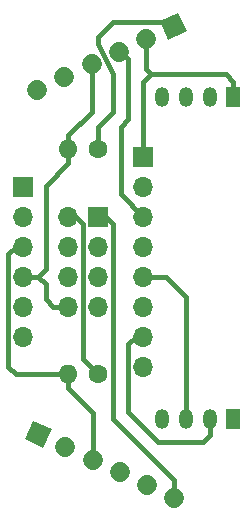
<source format=gtl>
G04 #@! TF.FileFunction,Copper,L1,Top,Signal*
%FSLAX46Y46*%
G04 Gerber Fmt 4.6, Leading zero omitted, Abs format (unit mm)*
G04 Created by KiCad (PCBNEW 4.0.7) date 05/22/20 14:46:27*
%MOMM*%
%LPD*%
G01*
G04 APERTURE LIST*
%ADD10C,0.100000*%
%ADD11R,1.700000X1.700000*%
%ADD12O,1.700000X1.700000*%
%ADD13R,1.200000X1.700000*%
%ADD14O,1.200000X1.700000*%
%ADD15C,1.700000*%
%ADD16C,1.600000*%
%ADD17O,1.600000X1.600000*%
%ADD18C,0.400000*%
G04 APERTURE END LIST*
D10*
D11*
X69850000Y-60960000D03*
D12*
X67310000Y-60960000D03*
X69850000Y-63500000D03*
X67310000Y-63500000D03*
X69850000Y-66040000D03*
X67310000Y-66040000D03*
X69850000Y-68580000D03*
X67310000Y-68580000D03*
D13*
X81280000Y-50800000D03*
D14*
X79280000Y-50800000D03*
X77280000Y-50800000D03*
X75280000Y-50800000D03*
D13*
X81280000Y-78105000D03*
D14*
X79280000Y-78105000D03*
X77280000Y-78105000D03*
X75280000Y-78105000D03*
D11*
X73660000Y-55880000D03*
D12*
X73660000Y-58420000D03*
X73660000Y-60960000D03*
X73660000Y-63500000D03*
X73660000Y-66040000D03*
X73660000Y-68580000D03*
X73660000Y-71120000D03*
X73660000Y-73660000D03*
D10*
G36*
X65181136Y-80504587D02*
X63640413Y-79786136D01*
X64358864Y-78245413D01*
X65899587Y-78963864D01*
X65181136Y-80504587D01*
X65181136Y-80504587D01*
G37*
D15*
X67072022Y-80448450D02*
X67072022Y-80448450D01*
X69374044Y-81521901D02*
X69374044Y-81521901D01*
X71676065Y-82595351D02*
X71676065Y-82595351D01*
X73978087Y-83668802D02*
X73978087Y-83668802D01*
X76280109Y-84742252D02*
X76280109Y-84742252D01*
D11*
X63500000Y-58420000D03*
D12*
X63500000Y-60960000D03*
X63500000Y-63500000D03*
X63500000Y-66040000D03*
X63500000Y-68580000D03*
X63500000Y-71120000D03*
D10*
G36*
X75070413Y-44419864D02*
X76611136Y-43701413D01*
X77329587Y-45242136D01*
X75788864Y-45960587D01*
X75070413Y-44419864D01*
X75070413Y-44419864D01*
G37*
D15*
X73897978Y-45904450D02*
X73897978Y-45904450D01*
X71595956Y-46977901D02*
X71595956Y-46977901D01*
X69293935Y-48051351D02*
X69293935Y-48051351D01*
X66991913Y-49124802D02*
X66991913Y-49124802D01*
X64689891Y-50198252D02*
X64689891Y-50198252D01*
D16*
X69850000Y-55245000D03*
D17*
X67310000Y-55245000D03*
D16*
X69850000Y-74295000D03*
D17*
X67310000Y-74295000D03*
D18*
X71120000Y-61595000D02*
X71120000Y-78105000D01*
X76280109Y-83265109D02*
X76280109Y-84742252D01*
X71120000Y-78105000D02*
X76280109Y-83265109D01*
X69850000Y-60960000D02*
X70485000Y-60960000D01*
X70485000Y-60960000D02*
X71120000Y-61595000D01*
X73660000Y-71120000D02*
X73025000Y-71120000D01*
X73025000Y-71120000D02*
X72390000Y-71755000D01*
X79280000Y-79470000D02*
X79280000Y-78105000D01*
X78740000Y-80010000D02*
X79280000Y-79470000D01*
X74930000Y-80010000D02*
X78740000Y-80010000D01*
X72390000Y-77470000D02*
X74930000Y-80010000D01*
X72390000Y-71755000D02*
X72390000Y-77470000D01*
X67310000Y-60960000D02*
X67945000Y-60960000D01*
X67945000Y-60960000D02*
X68580000Y-61595000D01*
X68580000Y-61595000D02*
X68580000Y-73025000D01*
X68580000Y-73025000D02*
X69850000Y-74295000D01*
X69850000Y-46355000D02*
X69850000Y-45720000D01*
X69850000Y-45720000D02*
X71120000Y-44450000D01*
X71120000Y-44450000D02*
X75819000Y-44450000D01*
X69850000Y-46355000D02*
X71120000Y-48895000D01*
X69850000Y-53340000D02*
X71120000Y-52070000D01*
X71120000Y-52070000D02*
X71120000Y-48895000D01*
X69850000Y-55245000D02*
X69850000Y-53340000D01*
X75819000Y-44450000D02*
X76200000Y-44831000D01*
X75909300Y-44540300D02*
X76200000Y-44831000D01*
X74295000Y-48895000D02*
X73660000Y-49530000D01*
X73660000Y-49530000D02*
X73660000Y-55880000D01*
X81280000Y-50800000D02*
X81280000Y-49530000D01*
X73897978Y-48497978D02*
X73897978Y-45904450D01*
X74295000Y-48895000D02*
X73897978Y-48497978D01*
X80645000Y-48895000D02*
X74295000Y-48895000D01*
X81280000Y-49530000D02*
X80645000Y-48895000D01*
X64770000Y-66040000D02*
X65405000Y-65405000D01*
X65405000Y-65405000D02*
X65405000Y-58350300D01*
X63500000Y-66040000D02*
X64770000Y-66040000D01*
X65405000Y-66675000D02*
X65405000Y-67925300D01*
X64770000Y-66040000D02*
X65405000Y-66675000D01*
X77280000Y-78105000D02*
X77280000Y-67755000D01*
X75565000Y-66040000D02*
X73660000Y-66040000D01*
X77280000Y-67755000D02*
X75565000Y-66040000D01*
X69293935Y-48051351D02*
X69293935Y-52060765D01*
X69293935Y-52060765D02*
X67310000Y-54044700D01*
X67310000Y-68580000D02*
X66059700Y-68580000D01*
X66059700Y-68580000D02*
X65405000Y-67925300D01*
X67310000Y-56445300D02*
X65405000Y-58350300D01*
X67310000Y-55845100D02*
X67310000Y-56445300D01*
X63519700Y-66040000D02*
X63500000Y-66040000D01*
X67310000Y-55845100D02*
X67310000Y-55245000D01*
X67310000Y-55245000D02*
X67310000Y-54044700D01*
X63500000Y-63500000D02*
X62865000Y-63500000D01*
X62865000Y-63500000D02*
X62230000Y-64135000D01*
X62865000Y-74295000D02*
X67310000Y-74295000D01*
X62230000Y-73660000D02*
X62865000Y-74295000D01*
X62230000Y-64135000D02*
X62230000Y-73660000D01*
X69374044Y-81521901D02*
X69374044Y-77559344D01*
X69374044Y-77559344D02*
X67310000Y-75495300D01*
X67310000Y-75495300D02*
X67310000Y-74295000D01*
X71742901Y-46977901D02*
X72390000Y-47625000D01*
X72390000Y-47625000D02*
X72390000Y-52705000D01*
X72390000Y-52705000D02*
X71755000Y-53340000D01*
X71755000Y-53340000D02*
X71755000Y-59055000D01*
X71755000Y-59055000D02*
X73660000Y-60960000D01*
X67310000Y-74895100D02*
X67310000Y-75495300D01*
X67310000Y-74895100D02*
X67310000Y-74295000D01*
M02*

</source>
